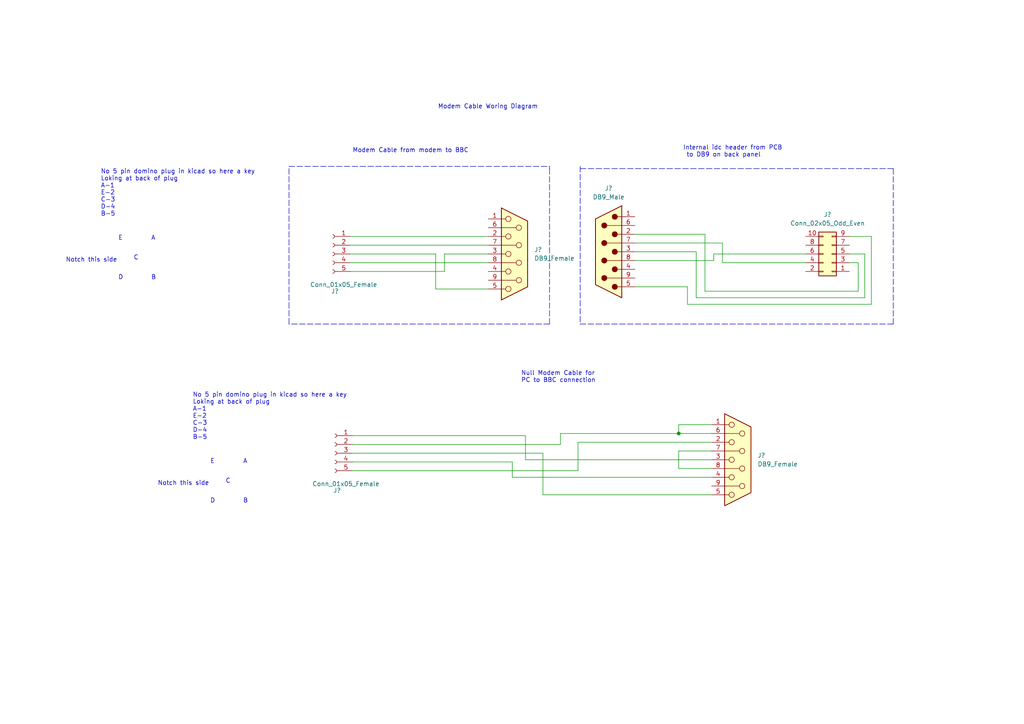
<source format=kicad_sch>
(kicad_sch (version 20211123) (generator eeschema)

  (uuid a84b37b0-eced-41f3-ad14-1a55c025350e)

  (paper "A4")

  (title_block
    (title "Serial Cables For BBC Micro")
    (date "2023-07-17")
    (rev "1")
    (comment 1 "Modem Cable and Header Cable for Retro WiFi Modem Build")
    (comment 3 "Null Modem Cable for PC Connection")
  )

  (lib_symbols
    (symbol "Connector:Conn_01x05_Female" (pin_names (offset 1.016) hide) (in_bom yes) (on_board yes)
      (property "Reference" "J" (id 0) (at 0 7.62 0)
        (effects (font (size 1.27 1.27)))
      )
      (property "Value" "Conn_01x05_Female" (id 1) (at 0 -7.62 0)
        (effects (font (size 1.27 1.27)))
      )
      (property "Footprint" "" (id 2) (at 0 0 0)
        (effects (font (size 1.27 1.27)) hide)
      )
      (property "Datasheet" "~" (id 3) (at 0 0 0)
        (effects (font (size 1.27 1.27)) hide)
      )
      (property "ki_keywords" "connector" (id 4) (at 0 0 0)
        (effects (font (size 1.27 1.27)) hide)
      )
      (property "ki_description" "Generic connector, single row, 01x05, script generated (kicad-library-utils/schlib/autogen/connector/)" (id 5) (at 0 0 0)
        (effects (font (size 1.27 1.27)) hide)
      )
      (property "ki_fp_filters" "Connector*:*_1x??_*" (id 6) (at 0 0 0)
        (effects (font (size 1.27 1.27)) hide)
      )
      (symbol "Conn_01x05_Female_1_1"
        (arc (start 0 -4.572) (mid -0.508 -5.08) (end 0 -5.588)
          (stroke (width 0.1524) (type default) (color 0 0 0 0))
          (fill (type none))
        )
        (arc (start 0 -2.032) (mid -0.508 -2.54) (end 0 -3.048)
          (stroke (width 0.1524) (type default) (color 0 0 0 0))
          (fill (type none))
        )
        (polyline
          (pts
            (xy -1.27 -5.08)
            (xy -0.508 -5.08)
          )
          (stroke (width 0.1524) (type default) (color 0 0 0 0))
          (fill (type none))
        )
        (polyline
          (pts
            (xy -1.27 -2.54)
            (xy -0.508 -2.54)
          )
          (stroke (width 0.1524) (type default) (color 0 0 0 0))
          (fill (type none))
        )
        (polyline
          (pts
            (xy -1.27 0)
            (xy -0.508 0)
          )
          (stroke (width 0.1524) (type default) (color 0 0 0 0))
          (fill (type none))
        )
        (polyline
          (pts
            (xy -1.27 2.54)
            (xy -0.508 2.54)
          )
          (stroke (width 0.1524) (type default) (color 0 0 0 0))
          (fill (type none))
        )
        (polyline
          (pts
            (xy -1.27 5.08)
            (xy -0.508 5.08)
          )
          (stroke (width 0.1524) (type default) (color 0 0 0 0))
          (fill (type none))
        )
        (arc (start 0 0.508) (mid -0.508 0) (end 0 -0.508)
          (stroke (width 0.1524) (type default) (color 0 0 0 0))
          (fill (type none))
        )
        (arc (start 0 3.048) (mid -0.508 2.54) (end 0 2.032)
          (stroke (width 0.1524) (type default) (color 0 0 0 0))
          (fill (type none))
        )
        (arc (start 0 5.588) (mid -0.508 5.08) (end 0 4.572)
          (stroke (width 0.1524) (type default) (color 0 0 0 0))
          (fill (type none))
        )
        (pin passive line (at -5.08 5.08 0) (length 3.81)
          (name "Pin_1" (effects (font (size 1.27 1.27))))
          (number "1" (effects (font (size 1.27 1.27))))
        )
        (pin passive line (at -5.08 2.54 0) (length 3.81)
          (name "Pin_2" (effects (font (size 1.27 1.27))))
          (number "2" (effects (font (size 1.27 1.27))))
        )
        (pin passive line (at -5.08 0 0) (length 3.81)
          (name "Pin_3" (effects (font (size 1.27 1.27))))
          (number "3" (effects (font (size 1.27 1.27))))
        )
        (pin passive line (at -5.08 -2.54 0) (length 3.81)
          (name "Pin_4" (effects (font (size 1.27 1.27))))
          (number "4" (effects (font (size 1.27 1.27))))
        )
        (pin passive line (at -5.08 -5.08 0) (length 3.81)
          (name "Pin_5" (effects (font (size 1.27 1.27))))
          (number "5" (effects (font (size 1.27 1.27))))
        )
      )
    )
    (symbol "Connector:DB9_Female" (pin_names (offset 1.016) hide) (in_bom yes) (on_board yes)
      (property "Reference" "J" (id 0) (at 0 13.97 0)
        (effects (font (size 1.27 1.27)))
      )
      (property "Value" "DB9_Female" (id 1) (at 0 -14.605 0)
        (effects (font (size 1.27 1.27)))
      )
      (property "Footprint" "" (id 2) (at 0 0 0)
        (effects (font (size 1.27 1.27)) hide)
      )
      (property "Datasheet" " ~" (id 3) (at 0 0 0)
        (effects (font (size 1.27 1.27)) hide)
      )
      (property "ki_keywords" "connector female D-SUB" (id 4) (at 0 0 0)
        (effects (font (size 1.27 1.27)) hide)
      )
      (property "ki_description" "9-pin female D-SUB connector" (id 5) (at 0 0 0)
        (effects (font (size 1.27 1.27)) hide)
      )
      (property "ki_fp_filters" "DSUB*Female*" (id 6) (at 0 0 0)
        (effects (font (size 1.27 1.27)) hide)
      )
      (symbol "DB9_Female_0_1"
        (circle (center -1.778 -10.16) (radius 0.762)
          (stroke (width 0) (type default) (color 0 0 0 0))
          (fill (type none))
        )
        (circle (center -1.778 -5.08) (radius 0.762)
          (stroke (width 0) (type default) (color 0 0 0 0))
          (fill (type none))
        )
        (circle (center -1.778 0) (radius 0.762)
          (stroke (width 0) (type default) (color 0 0 0 0))
          (fill (type none))
        )
        (circle (center -1.778 5.08) (radius 0.762)
          (stroke (width 0) (type default) (color 0 0 0 0))
          (fill (type none))
        )
        (circle (center -1.778 10.16) (radius 0.762)
          (stroke (width 0) (type default) (color 0 0 0 0))
          (fill (type none))
        )
        (polyline
          (pts
            (xy -3.81 -10.16)
            (xy -2.54 -10.16)
          )
          (stroke (width 0) (type default) (color 0 0 0 0))
          (fill (type none))
        )
        (polyline
          (pts
            (xy -3.81 -7.62)
            (xy 0.508 -7.62)
          )
          (stroke (width 0) (type default) (color 0 0 0 0))
          (fill (type none))
        )
        (polyline
          (pts
            (xy -3.81 -5.08)
            (xy -2.54 -5.08)
          )
          (stroke (width 0) (type default) (color 0 0 0 0))
          (fill (type none))
        )
        (polyline
          (pts
            (xy -3.81 -2.54)
            (xy 0.508 -2.54)
          )
          (stroke (width 0) (type default) (color 0 0 0 0))
          (fill (type none))
        )
        (polyline
          (pts
            (xy -3.81 0)
            (xy -2.54 0)
          )
          (stroke (width 0) (type default) (color 0 0 0 0))
          (fill (type none))
        )
        (polyline
          (pts
            (xy -3.81 2.54)
            (xy 0.508 2.54)
          )
          (stroke (width 0) (type default) (color 0 0 0 0))
          (fill (type none))
        )
        (polyline
          (pts
            (xy -3.81 5.08)
            (xy -2.54 5.08)
          )
          (stroke (width 0) (type default) (color 0 0 0 0))
          (fill (type none))
        )
        (polyline
          (pts
            (xy -3.81 7.62)
            (xy 0.508 7.62)
          )
          (stroke (width 0) (type default) (color 0 0 0 0))
          (fill (type none))
        )
        (polyline
          (pts
            (xy -3.81 10.16)
            (xy -2.54 10.16)
          )
          (stroke (width 0) (type default) (color 0 0 0 0))
          (fill (type none))
        )
        (polyline
          (pts
            (xy -3.81 13.335)
            (xy -3.81 -13.335)
            (xy 3.81 -9.525)
            (xy 3.81 9.525)
            (xy -3.81 13.335)
          )
          (stroke (width 0.254) (type default) (color 0 0 0 0))
          (fill (type background))
        )
        (circle (center 1.27 -7.62) (radius 0.762)
          (stroke (width 0) (type default) (color 0 0 0 0))
          (fill (type none))
        )
        (circle (center 1.27 -2.54) (radius 0.762)
          (stroke (width 0) (type default) (color 0 0 0 0))
          (fill (type none))
        )
        (circle (center 1.27 2.54) (radius 0.762)
          (stroke (width 0) (type default) (color 0 0 0 0))
          (fill (type none))
        )
        (circle (center 1.27 7.62) (radius 0.762)
          (stroke (width 0) (type default) (color 0 0 0 0))
          (fill (type none))
        )
      )
      (symbol "DB9_Female_1_1"
        (pin passive line (at -7.62 10.16 0) (length 3.81)
          (name "1" (effects (font (size 1.27 1.27))))
          (number "1" (effects (font (size 1.27 1.27))))
        )
        (pin passive line (at -7.62 5.08 0) (length 3.81)
          (name "2" (effects (font (size 1.27 1.27))))
          (number "2" (effects (font (size 1.27 1.27))))
        )
        (pin passive line (at -7.62 0 0) (length 3.81)
          (name "3" (effects (font (size 1.27 1.27))))
          (number "3" (effects (font (size 1.27 1.27))))
        )
        (pin passive line (at -7.62 -5.08 0) (length 3.81)
          (name "4" (effects (font (size 1.27 1.27))))
          (number "4" (effects (font (size 1.27 1.27))))
        )
        (pin passive line (at -7.62 -10.16 0) (length 3.81)
          (name "5" (effects (font (size 1.27 1.27))))
          (number "5" (effects (font (size 1.27 1.27))))
        )
        (pin passive line (at -7.62 7.62 0) (length 3.81)
          (name "6" (effects (font (size 1.27 1.27))))
          (number "6" (effects (font (size 1.27 1.27))))
        )
        (pin passive line (at -7.62 2.54 0) (length 3.81)
          (name "7" (effects (font (size 1.27 1.27))))
          (number "7" (effects (font (size 1.27 1.27))))
        )
        (pin passive line (at -7.62 -2.54 0) (length 3.81)
          (name "8" (effects (font (size 1.27 1.27))))
          (number "8" (effects (font (size 1.27 1.27))))
        )
        (pin passive line (at -7.62 -7.62 0) (length 3.81)
          (name "9" (effects (font (size 1.27 1.27))))
          (number "9" (effects (font (size 1.27 1.27))))
        )
      )
    )
    (symbol "Connector:DB9_Male" (pin_names (offset 1.016) hide) (in_bom yes) (on_board yes)
      (property "Reference" "J" (id 0) (at 0 13.97 0)
        (effects (font (size 1.27 1.27)))
      )
      (property "Value" "DB9_Male" (id 1) (at 0 -14.605 0)
        (effects (font (size 1.27 1.27)))
      )
      (property "Footprint" "" (id 2) (at 0 0 0)
        (effects (font (size 1.27 1.27)) hide)
      )
      (property "Datasheet" " ~" (id 3) (at 0 0 0)
        (effects (font (size 1.27 1.27)) hide)
      )
      (property "ki_keywords" "connector male D-SUB" (id 4) (at 0 0 0)
        (effects (font (size 1.27 1.27)) hide)
      )
      (property "ki_description" "9-pin male D-SUB connector" (id 5) (at 0 0 0)
        (effects (font (size 1.27 1.27)) hide)
      )
      (property "ki_fp_filters" "DSUB*Male*" (id 6) (at 0 0 0)
        (effects (font (size 1.27 1.27)) hide)
      )
      (symbol "DB9_Male_0_1"
        (circle (center -1.778 -10.16) (radius 0.762)
          (stroke (width 0) (type default) (color 0 0 0 0))
          (fill (type outline))
        )
        (circle (center -1.778 -5.08) (radius 0.762)
          (stroke (width 0) (type default) (color 0 0 0 0))
          (fill (type outline))
        )
        (circle (center -1.778 0) (radius 0.762)
          (stroke (width 0) (type default) (color 0 0 0 0))
          (fill (type outline))
        )
        (circle (center -1.778 5.08) (radius 0.762)
          (stroke (width 0) (type default) (color 0 0 0 0))
          (fill (type outline))
        )
        (circle (center -1.778 10.16) (radius 0.762)
          (stroke (width 0) (type default) (color 0 0 0 0))
          (fill (type outline))
        )
        (polyline
          (pts
            (xy -3.81 -10.16)
            (xy -2.54 -10.16)
          )
          (stroke (width 0) (type default) (color 0 0 0 0))
          (fill (type none))
        )
        (polyline
          (pts
            (xy -3.81 -7.62)
            (xy 0.508 -7.62)
          )
          (stroke (width 0) (type default) (color 0 0 0 0))
          (fill (type none))
        )
        (polyline
          (pts
            (xy -3.81 -5.08)
            (xy -2.54 -5.08)
          )
          (stroke (width 0) (type default) (color 0 0 0 0))
          (fill (type none))
        )
        (polyline
          (pts
            (xy -3.81 -2.54)
            (xy 0.508 -2.54)
          )
          (stroke (width 0) (type default) (color 0 0 0 0))
          (fill (type none))
        )
        (polyline
          (pts
            (xy -3.81 0)
            (xy -2.54 0)
          )
          (stroke (width 0) (type default) (color 0 0 0 0))
          (fill (type none))
        )
        (polyline
          (pts
            (xy -3.81 2.54)
            (xy 0.508 2.54)
          )
          (stroke (width 0) (type default) (color 0 0 0 0))
          (fill (type none))
        )
        (polyline
          (pts
            (xy -3.81 5.08)
            (xy -2.54 5.08)
          )
          (stroke (width 0) (type default) (color 0 0 0 0))
          (fill (type none))
        )
        (polyline
          (pts
            (xy -3.81 7.62)
            (xy 0.508 7.62)
          )
          (stroke (width 0) (type default) (color 0 0 0 0))
          (fill (type none))
        )
        (polyline
          (pts
            (xy -3.81 10.16)
            (xy -2.54 10.16)
          )
          (stroke (width 0) (type default) (color 0 0 0 0))
          (fill (type none))
        )
        (polyline
          (pts
            (xy -3.81 -13.335)
            (xy -3.81 13.335)
            (xy 3.81 9.525)
            (xy 3.81 -9.525)
            (xy -3.81 -13.335)
          )
          (stroke (width 0.254) (type default) (color 0 0 0 0))
          (fill (type background))
        )
        (circle (center 1.27 -7.62) (radius 0.762)
          (stroke (width 0) (type default) (color 0 0 0 0))
          (fill (type outline))
        )
        (circle (center 1.27 -2.54) (radius 0.762)
          (stroke (width 0) (type default) (color 0 0 0 0))
          (fill (type outline))
        )
        (circle (center 1.27 2.54) (radius 0.762)
          (stroke (width 0) (type default) (color 0 0 0 0))
          (fill (type outline))
        )
        (circle (center 1.27 7.62) (radius 0.762)
          (stroke (width 0) (type default) (color 0 0 0 0))
          (fill (type outline))
        )
      )
      (symbol "DB9_Male_1_1"
        (pin passive line (at -7.62 -10.16 0) (length 3.81)
          (name "1" (effects (font (size 1.27 1.27))))
          (number "1" (effects (font (size 1.27 1.27))))
        )
        (pin passive line (at -7.62 -5.08 0) (length 3.81)
          (name "2" (effects (font (size 1.27 1.27))))
          (number "2" (effects (font (size 1.27 1.27))))
        )
        (pin passive line (at -7.62 0 0) (length 3.81)
          (name "3" (effects (font (size 1.27 1.27))))
          (number "3" (effects (font (size 1.27 1.27))))
        )
        (pin passive line (at -7.62 5.08 0) (length 3.81)
          (name "4" (effects (font (size 1.27 1.27))))
          (number "4" (effects (font (size 1.27 1.27))))
        )
        (pin passive line (at -7.62 10.16 0) (length 3.81)
          (name "5" (effects (font (size 1.27 1.27))))
          (number "5" (effects (font (size 1.27 1.27))))
        )
        (pin passive line (at -7.62 -7.62 0) (length 3.81)
          (name "6" (effects (font (size 1.27 1.27))))
          (number "6" (effects (font (size 1.27 1.27))))
        )
        (pin passive line (at -7.62 -2.54 0) (length 3.81)
          (name "7" (effects (font (size 1.27 1.27))))
          (number "7" (effects (font (size 1.27 1.27))))
        )
        (pin passive line (at -7.62 2.54 0) (length 3.81)
          (name "8" (effects (font (size 1.27 1.27))))
          (number "8" (effects (font (size 1.27 1.27))))
        )
        (pin passive line (at -7.62 7.62 0) (length 3.81)
          (name "9" (effects (font (size 1.27 1.27))))
          (number "9" (effects (font (size 1.27 1.27))))
        )
      )
    )
    (symbol "Connector_Generic:Conn_02x05_Odd_Even" (pin_names (offset 1.016) hide) (in_bom yes) (on_board yes)
      (property "Reference" "J" (id 0) (at 1.27 7.62 0)
        (effects (font (size 1.27 1.27)))
      )
      (property "Value" "Conn_02x05_Odd_Even" (id 1) (at 1.27 -7.62 0)
        (effects (font (size 1.27 1.27)))
      )
      (property "Footprint" "" (id 2) (at 0 0 0)
        (effects (font (size 1.27 1.27)) hide)
      )
      (property "Datasheet" "~" (id 3) (at 0 0 0)
        (effects (font (size 1.27 1.27)) hide)
      )
      (property "ki_keywords" "connector" (id 4) (at 0 0 0)
        (effects (font (size 1.27 1.27)) hide)
      )
      (property "ki_description" "Generic connector, double row, 02x05, odd/even pin numbering scheme (row 1 odd numbers, row 2 even numbers), script generated (kicad-library-utils/schlib/autogen/connector/)" (id 5) (at 0 0 0)
        (effects (font (size 1.27 1.27)) hide)
      )
      (property "ki_fp_filters" "Connector*:*_2x??_*" (id 6) (at 0 0 0)
        (effects (font (size 1.27 1.27)) hide)
      )
      (symbol "Conn_02x05_Odd_Even_1_1"
        (rectangle (start -1.27 -4.953) (end 0 -5.207)
          (stroke (width 0.1524) (type default) (color 0 0 0 0))
          (fill (type none))
        )
        (rectangle (start -1.27 -2.413) (end 0 -2.667)
          (stroke (width 0.1524) (type default) (color 0 0 0 0))
          (fill (type none))
        )
        (rectangle (start -1.27 0.127) (end 0 -0.127)
          (stroke (width 0.1524) (type default) (color 0 0 0 0))
          (fill (type none))
        )
        (rectangle (start -1.27 2.667) (end 0 2.413)
          (stroke (width 0.1524) (type default) (color 0 0 0 0))
          (fill (type none))
        )
        (rectangle (start -1.27 5.207) (end 0 4.953)
          (stroke (width 0.1524) (type default) (color 0 0 0 0))
          (fill (type none))
        )
        (rectangle (start -1.27 6.35) (end 3.81 -6.35)
          (stroke (width 0.254) (type default) (color 0 0 0 0))
          (fill (type background))
        )
        (rectangle (start 3.81 -4.953) (end 2.54 -5.207)
          (stroke (width 0.1524) (type default) (color 0 0 0 0))
          (fill (type none))
        )
        (rectangle (start 3.81 -2.413) (end 2.54 -2.667)
          (stroke (width 0.1524) (type default) (color 0 0 0 0))
          (fill (type none))
        )
        (rectangle (start 3.81 0.127) (end 2.54 -0.127)
          (stroke (width 0.1524) (type default) (color 0 0 0 0))
          (fill (type none))
        )
        (rectangle (start 3.81 2.667) (end 2.54 2.413)
          (stroke (width 0.1524) (type default) (color 0 0 0 0))
          (fill (type none))
        )
        (rectangle (start 3.81 5.207) (end 2.54 4.953)
          (stroke (width 0.1524) (type default) (color 0 0 0 0))
          (fill (type none))
        )
        (pin passive line (at -5.08 5.08 0) (length 3.81)
          (name "Pin_1" (effects (font (size 1.27 1.27))))
          (number "1" (effects (font (size 1.27 1.27))))
        )
        (pin passive line (at 7.62 -5.08 180) (length 3.81)
          (name "Pin_10" (effects (font (size 1.27 1.27))))
          (number "10" (effects (font (size 1.27 1.27))))
        )
        (pin passive line (at 7.62 5.08 180) (length 3.81)
          (name "Pin_2" (effects (font (size 1.27 1.27))))
          (number "2" (effects (font (size 1.27 1.27))))
        )
        (pin passive line (at -5.08 2.54 0) (length 3.81)
          (name "Pin_3" (effects (font (size 1.27 1.27))))
          (number "3" (effects (font (size 1.27 1.27))))
        )
        (pin passive line (at 7.62 2.54 180) (length 3.81)
          (name "Pin_4" (effects (font (size 1.27 1.27))))
          (number "4" (effects (font (size 1.27 1.27))))
        )
        (pin passive line (at -5.08 0 0) (length 3.81)
          (name "Pin_5" (effects (font (size 1.27 1.27))))
          (number "5" (effects (font (size 1.27 1.27))))
        )
        (pin passive line (at 7.62 0 180) (length 3.81)
          (name "Pin_6" (effects (font (size 1.27 1.27))))
          (number "6" (effects (font (size 1.27 1.27))))
        )
        (pin passive line (at -5.08 -2.54 0) (length 3.81)
          (name "Pin_7" (effects (font (size 1.27 1.27))))
          (number "7" (effects (font (size 1.27 1.27))))
        )
        (pin passive line (at 7.62 -2.54 180) (length 3.81)
          (name "Pin_8" (effects (font (size 1.27 1.27))))
          (number "8" (effects (font (size 1.27 1.27))))
        )
        (pin passive line (at -5.08 -5.08 0) (length 3.81)
          (name "Pin_9" (effects (font (size 1.27 1.27))))
          (number "9" (effects (font (size 1.27 1.27))))
        )
      )
    )
  )

  (junction (at 196.85 125.73) (diameter 0) (color 0 0 0 0)
    (uuid bc30c8eb-8a7a-4061-b7c6-6a60b127a850)
  )

  (polyline (pts (xy 83.82 48.26) (xy 159.385 48.26))
    (stroke (width 0) (type default) (color 0 0 0 0))
    (uuid 0c0387d8-3f91-4796-85bb-38854c59caef)
  )

  (wire (pts (xy 162.56 128.905) (xy 162.56 125.73))
    (stroke (width 0) (type default) (color 0 0 0 0))
    (uuid 0c57a165-722d-41f8-a1b3-bbd94bfc3d16)
  )
  (wire (pts (xy 196.85 125.73) (xy 206.375 125.73))
    (stroke (width 0) (type default) (color 0 0 0 0))
    (uuid 18a9fa7d-4366-4280-ba3a-9e11e7d30efd)
  )
  (wire (pts (xy 209.55 70.485) (xy 209.55 76.2))
    (stroke (width 0) (type default) (color 0 0 0 0))
    (uuid 19f2e478-d828-440c-ac7d-b8a9ea9dec23)
  )
  (polyline (pts (xy 159.385 48.895) (xy 159.385 93.98))
    (stroke (width 0) (type default) (color 0 0 0 0))
    (uuid 1a3f861b-4d18-41b0-a751-698fbc6aef13)
  )
  (polyline (pts (xy 259.08 48.895) (xy 259.08 93.98))
    (stroke (width 0) (type default) (color 0 0 0 0))
    (uuid 1ad036eb-e9bb-4027-85f0-057c41225af0)
  )

  (wire (pts (xy 162.56 125.73) (xy 196.85 125.73))
    (stroke (width 0) (type default) (color 0 0 0 0))
    (uuid 1d97ec70-09f4-42ca-a74d-1603742b0dc4)
  )
  (wire (pts (xy 201.93 86.36) (xy 250.825 86.36))
    (stroke (width 0) (type default) (color 0 0 0 0))
    (uuid 1f07a2d4-8cc7-4b9e-b62a-95f121dcc214)
  )
  (wire (pts (xy 101.6 73.66) (xy 126.365 73.66))
    (stroke (width 0) (type default) (color 0 0 0 0))
    (uuid 22e68557-c4b9-44b9-8ec3-3f32189ff23b)
  )
  (wire (pts (xy 101.6 76.2) (xy 141.605 76.2))
    (stroke (width 0) (type default) (color 0 0 0 0))
    (uuid 27bdd69c-c24c-49a0-a326-39facf9a7460)
  )
  (wire (pts (xy 152.4 126.365) (xy 152.4 133.35))
    (stroke (width 0) (type default) (color 0 0 0 0))
    (uuid 2c42590f-63f9-4569-976d-6364dabb4f21)
  )
  (wire (pts (xy 128.905 78.74) (xy 128.905 73.66))
    (stroke (width 0) (type default) (color 0 0 0 0))
    (uuid 2c906d20-3534-4f5c-8086-64decb79de91)
  )
  (wire (pts (xy 206.375 130.81) (xy 196.85 130.81))
    (stroke (width 0) (type default) (color 0 0 0 0))
    (uuid 2dc88956-65cb-45dc-bb88-a3d5e4d08a8e)
  )
  (wire (pts (xy 252.73 68.58) (xy 246.38 68.58))
    (stroke (width 0) (type default) (color 0 0 0 0))
    (uuid 30a95810-48de-4913-a47b-12d47ac239ca)
  )
  (wire (pts (xy 199.39 83.185) (xy 199.39 88.265))
    (stroke (width 0) (type default) (color 0 0 0 0))
    (uuid 33200f3a-c669-4571-9ad0-e39100839f24)
  )
  (wire (pts (xy 201.93 73.025) (xy 201.93 86.36))
    (stroke (width 0) (type default) (color 0 0 0 0))
    (uuid 3b9b5903-3e75-4270-89b2-e892e598c94d)
  )
  (polyline (pts (xy 259.08 93.98) (xy 168.275 93.98))
    (stroke (width 0) (type default) (color 0 0 0 0))
    (uuid 4051dcbe-9d19-4375-b776-d192f62de921)
  )

  (wire (pts (xy 126.365 73.66) (xy 126.365 83.82))
    (stroke (width 0) (type default) (color 0 0 0 0))
    (uuid 45ee58c7-65cf-4673-853d-9b9b9bda22ad)
  )
  (wire (pts (xy 102.235 128.905) (xy 162.56 128.905))
    (stroke (width 0) (type default) (color 0 0 0 0))
    (uuid 4b0b8895-aec4-4960-b133-9e6266df973c)
  )
  (polyline (pts (xy 83.82 93.98) (xy 83.82 48.26))
    (stroke (width 0) (type default) (color 0 0 0 0))
    (uuid 538b4370-0a04-46bb-85ad-ce6bfbd0188f)
  )
  (polyline (pts (xy 168.275 48.895) (xy 259.08 48.895))
    (stroke (width 0) (type default) (color 0 0 0 0))
    (uuid 5a7a29f2-1e4f-462c-835f-b534b33b524f)
  )

  (wire (pts (xy 102.235 126.365) (xy 152.4 126.365))
    (stroke (width 0) (type default) (color 0 0 0 0))
    (uuid 5f5d814f-13bf-4f97-a5cd-007af4dc3288)
  )
  (wire (pts (xy 199.39 88.265) (xy 252.73 88.265))
    (stroke (width 0) (type default) (color 0 0 0 0))
    (uuid 67052f62-dce0-4c69-9ca3-76f2d7ec82cb)
  )
  (wire (pts (xy 184.15 73.025) (xy 201.93 73.025))
    (stroke (width 0) (type default) (color 0 0 0 0))
    (uuid 6b8cae5a-5886-436b-a845-c40581f48a06)
  )
  (wire (pts (xy 101.6 68.58) (xy 141.605 68.58))
    (stroke (width 0) (type default) (color 0 0 0 0))
    (uuid 701c40eb-84ed-40df-83b1-d1c09bb6ad24)
  )
  (wire (pts (xy 102.235 131.445) (xy 157.48 131.445))
    (stroke (width 0) (type default) (color 0 0 0 0))
    (uuid 713e0770-cf83-496d-9695-24dca735eea8)
  )
  (wire (pts (xy 167.64 136.525) (xy 167.64 128.27))
    (stroke (width 0) (type default) (color 0 0 0 0))
    (uuid 72e04a8d-3524-4b79-8038-40064d6230cc)
  )
  (wire (pts (xy 184.15 75.565) (xy 207.01 75.565))
    (stroke (width 0) (type default) (color 0 0 0 0))
    (uuid 74ae49d6-89de-41de-ad7c-8f94d093db79)
  )
  (wire (pts (xy 252.73 88.265) (xy 252.73 68.58))
    (stroke (width 0) (type default) (color 0 0 0 0))
    (uuid 764387a7-3ff1-4f48-9e8d-b81421d5c7d8)
  )
  (wire (pts (xy 148.59 138.43) (xy 206.375 138.43))
    (stroke (width 0) (type default) (color 0 0 0 0))
    (uuid 78e5bb40-02ab-42ac-a794-44b3411558b2)
  )
  (wire (pts (xy 206.375 123.19) (xy 196.85 123.19))
    (stroke (width 0) (type default) (color 0 0 0 0))
    (uuid 7a2ccb4c-cd5f-4614-9b32-f10907d7cecd)
  )
  (wire (pts (xy 207.01 73.66) (xy 233.68 73.66))
    (stroke (width 0) (type default) (color 0 0 0 0))
    (uuid 7c498328-6cf3-4ca6-8d29-513077c5d2a2)
  )
  (wire (pts (xy 167.64 128.27) (xy 206.375 128.27))
    (stroke (width 0) (type default) (color 0 0 0 0))
    (uuid 7cc566ff-e1b4-4f73-8915-3665962999b8)
  )
  (wire (pts (xy 157.48 131.445) (xy 157.48 143.51))
    (stroke (width 0) (type default) (color 0 0 0 0))
    (uuid 7facf6ca-1750-444a-aabe-ddfe6c45af4f)
  )
  (wire (pts (xy 209.55 76.2) (xy 233.68 76.2))
    (stroke (width 0) (type default) (color 0 0 0 0))
    (uuid 8037e1bf-52d8-472c-81bc-87f355f69b91)
  )
  (wire (pts (xy 248.92 84.455) (xy 248.92 76.2))
    (stroke (width 0) (type default) (color 0 0 0 0))
    (uuid 86423a90-883f-416f-b6c7-bb10db773466)
  )
  (wire (pts (xy 128.905 73.66) (xy 141.605 73.66))
    (stroke (width 0) (type default) (color 0 0 0 0))
    (uuid 87a676b9-2c51-4423-b71a-2b42c2812827)
  )
  (wire (pts (xy 148.59 133.985) (xy 148.59 138.43))
    (stroke (width 0) (type default) (color 0 0 0 0))
    (uuid 88b20bba-a1d0-4272-bff7-a0ba96fde42c)
  )
  (wire (pts (xy 250.825 73.66) (xy 246.38 73.66))
    (stroke (width 0) (type default) (color 0 0 0 0))
    (uuid 92526a57-5a39-4d53-b8f1-c6ecf45e8818)
  )
  (wire (pts (xy 102.235 136.525) (xy 167.64 136.525))
    (stroke (width 0) (type default) (color 0 0 0 0))
    (uuid 94286e52-52de-4d84-8aa0-f40aef2334b4)
  )
  (wire (pts (xy 196.85 130.81) (xy 196.85 135.89))
    (stroke (width 0) (type default) (color 0 0 0 0))
    (uuid 952b73a6-e765-49de-af09-515cb773109e)
  )
  (polyline (pts (xy 168.275 48.26) (xy 168.275 93.98))
    (stroke (width 0) (type default) (color 0 0 0 0))
    (uuid 961b8410-2903-4166-9657-3537c7881f34)
  )

  (wire (pts (xy 196.85 135.89) (xy 206.375 135.89))
    (stroke (width 0) (type default) (color 0 0 0 0))
    (uuid 987bc3dd-dd22-4afa-9f3a-0a618a70c8fe)
  )
  (polyline (pts (xy 159.385 48.26) (xy 159.385 48.895))
    (stroke (width 0) (type default) (color 0 0 0 0))
    (uuid 9d14f53a-85b8-4bac-a6c7-fa8197af3430)
  )

  (wire (pts (xy 204.47 67.945) (xy 204.47 84.455))
    (stroke (width 0) (type default) (color 0 0 0 0))
    (uuid 9d6ccbc5-655b-445b-a8e3-3626c4bf052f)
  )
  (wire (pts (xy 204.47 84.455) (xy 248.92 84.455))
    (stroke (width 0) (type default) (color 0 0 0 0))
    (uuid abed0613-95b1-44c8-9fdc-72ee11b1334a)
  )
  (wire (pts (xy 184.15 83.185) (xy 199.39 83.185))
    (stroke (width 0) (type default) (color 0 0 0 0))
    (uuid b2853d27-7a24-4fc4-b495-c5828d699ba7)
  )
  (polyline (pts (xy 159.385 93.98) (xy 83.82 93.98))
    (stroke (width 0) (type default) (color 0 0 0 0))
    (uuid b54707cb-e4a4-4350-a245-6cab5639d3b2)
  )

  (wire (pts (xy 196.85 123.19) (xy 196.85 125.73))
    (stroke (width 0) (type default) (color 0 0 0 0))
    (uuid bba3906d-e7aa-45cc-907b-3c8aab13c7c8)
  )
  (wire (pts (xy 248.92 76.2) (xy 246.38 76.2))
    (stroke (width 0) (type default) (color 0 0 0 0))
    (uuid bc301c10-926f-455f-9195-3f022b552fb8)
  )
  (wire (pts (xy 102.235 133.985) (xy 148.59 133.985))
    (stroke (width 0) (type default) (color 0 0 0 0))
    (uuid c489a75a-a35e-4a09-817f-720bf11f4497)
  )
  (wire (pts (xy 184.15 67.945) (xy 204.47 67.945))
    (stroke (width 0) (type default) (color 0 0 0 0))
    (uuid d5351d1a-af45-4b3b-9401-6c40801c8492)
  )
  (wire (pts (xy 184.15 70.485) (xy 209.55 70.485))
    (stroke (width 0) (type default) (color 0 0 0 0))
    (uuid d5574033-abca-4c59-a201-d63f3730252f)
  )
  (wire (pts (xy 157.48 143.51) (xy 206.375 143.51))
    (stroke (width 0) (type default) (color 0 0 0 0))
    (uuid ec3ca3f5-93c1-408c-8561-ba1d2d0dbb2c)
  )
  (wire (pts (xy 101.6 78.74) (xy 128.905 78.74))
    (stroke (width 0) (type default) (color 0 0 0 0))
    (uuid ef180aea-ac62-4dc0-b0d9-c378bd206cf3)
  )
  (wire (pts (xy 152.4 133.35) (xy 206.375 133.35))
    (stroke (width 0) (type default) (color 0 0 0 0))
    (uuid ef2814b9-caca-4a09-903d-ea8189f4227c)
  )
  (wire (pts (xy 101.6 71.12) (xy 141.605 71.12))
    (stroke (width 0) (type default) (color 0 0 0 0))
    (uuid f00f3149-3c89-45b5-bb2b-a004f5b9ec49)
  )
  (wire (pts (xy 207.01 75.565) (xy 207.01 73.66))
    (stroke (width 0) (type default) (color 0 0 0 0))
    (uuid fcc2a6e9-a0f6-451a-92fe-bf5b5047d815)
  )
  (wire (pts (xy 126.365 83.82) (xy 141.605 83.82))
    (stroke (width 0) (type default) (color 0 0 0 0))
    (uuid fcd7bc1e-820e-41be-b907-01ccc30c1dfd)
  )
  (wire (pts (xy 250.825 86.36) (xy 250.825 73.66))
    (stroke (width 0) (type default) (color 0 0 0 0))
    (uuid ff66539b-f7f7-4fbb-b47b-df3f8229d006)
  )

  (text "No 5 pin domino plug in kicad so here a key\nLoking at back of plug\nA-1\nE-2\nC-3\nD-4\nB-5"
    (at 55.88 127.635 0)
    (effects (font (size 1.27 1.27)) (justify left bottom))
    (uuid 0caceffc-eb57-48a1-b656-88f7f128d923)
  )
  (text "E" (at 34.29 69.85 0)
    (effects (font (size 1.27 1.27)) (justify left bottom))
    (uuid 156fb42c-c131-446b-a62f-b108a21b1612)
  )
  (text "Null Modem Cable for \nPC to BBC connection" (at 151.13 111.125 0)
    (effects (font (size 1.27 1.27)) (justify left bottom))
    (uuid 1918cf69-48b3-423c-8442-45baae2e83e4)
  )
  (text "C" (at 65.405 140.335 0)
    (effects (font (size 1.27 1.27)) (justify left bottom))
    (uuid 2c92bb41-03d3-49c5-b825-94b1f8cf5256)
  )
  (text "D" (at 34.29 81.28 0)
    (effects (font (size 1.27 1.27)) (justify left bottom))
    (uuid 4bda073e-9fad-4245-af4d-4ed95ff18b36)
  )
  (text "Notch this side" (at 45.72 140.97 0)
    (effects (font (size 1.27 1.27)) (justify left bottom))
    (uuid 51e7ffe8-2be2-4259-a49d-37ee37757db0)
  )
  (text "A" (at 43.815 69.85 0)
    (effects (font (size 1.27 1.27)) (justify left bottom))
    (uuid 62f5f87b-4aba-485a-a401-272ff4d3da56)
  )
  (text "E" (at 60.96 134.62 0)
    (effects (font (size 1.27 1.27)) (justify left bottom))
    (uuid 87a1bbaa-d80e-43d8-b6aa-7fb3606f5716)
  )
  (text "C" (at 38.735 75.565 0)
    (effects (font (size 1.27 1.27)) (justify left bottom))
    (uuid 8c8040a4-0ade-4180-9aa4-ee10a4f44f60)
  )
  (text "A" (at 70.485 134.62 0)
    (effects (font (size 1.27 1.27)) (justify left bottom))
    (uuid 8e77b0d9-b145-4166-864f-2fb07b70790d)
  )
  (text "D" (at 60.96 146.05 0)
    (effects (font (size 1.27 1.27)) (justify left bottom))
    (uuid 9051f786-6ff8-41f9-b407-cec06152d11b)
  )
  (text "B" (at 43.815 81.28 0)
    (effects (font (size 1.27 1.27)) (justify left bottom))
    (uuid 92d1f219-4233-4496-9949-30ae1199c2e5)
  )
  (text "Internal idc header from PCB\n to DB9 on back panel"
    (at 198.12 45.72 0)
    (effects (font (size 1.27 1.27)) (justify left bottom))
    (uuid 9a0f1a96-1c15-4aba-ac53-71290cba8a2c)
  )
  (text "Modem Cable from modem to BBC" (at 102.235 44.45 0)
    (effects (font (size 1.27 1.27)) (justify left bottom))
    (uuid a90a5bb7-49d7-4a75-8ead-ef351443d262)
  )
  (text "B" (at 70.485 146.05 0)
    (effects (font (size 1.27 1.27)) (justify left bottom))
    (uuid b990536c-ab65-4de4-8825-b6f40153267d)
  )
  (text "Notch this side" (at 19.05 76.2 0)
    (effects (font (size 1.27 1.27)) (justify left bottom))
    (uuid c1395391-2fd9-4847-8a26-69092f4a781c)
  )
  (text "No 5 pin domino plug in kicad so here a key\nLoking at back of plug\nA-1\nE-2\nC-3\nD-4\nB-5"
    (at 29.21 62.865 0)
    (effects (font (size 1.27 1.27)) (justify left bottom))
    (uuid c3a2b0a3-1ea8-4045-b692-48ad8436c33e)
  )
  (text "Modem Cable Woring Diagram" (at 127 31.75 0)
    (effects (font (size 1.27 1.27)) (justify left bottom))
    (uuid c69f04d1-0fa5-4252-9339-af54ae02961c)
  )

  (symbol (lib_id "Connector:Conn_01x05_Female") (at 96.52 73.66 0) (mirror y) (unit 1)
    (in_bom yes) (on_board yes)
    (uuid 456b5746-394b-4941-93ef-1d9484d7da18)
    (property "Reference" "J?" (id 0) (at 97.155 84.455 0))
    (property "Value" "Conn_01x05_Female" (id 1) (at 99.695 82.55 0))
    (property "Footprint" "" (id 2) (at 96.52 73.66 0)
      (effects (font (size 1.27 1.27)) hide)
    )
    (property "Datasheet" "~" (id 3) (at 96.52 73.66 0)
      (effects (font (size 1.27 1.27)) hide)
    )
    (pin "1" (uuid 71b908df-62f4-4314-a917-4f1568b34517))
    (pin "2" (uuid d84215e9-d6d1-4607-a08b-10929847d2d4))
    (pin "3" (uuid 09d3f466-fda6-42b2-b18a-ca399df3118b))
    (pin "4" (uuid 9f9041fe-52bd-4606-a0be-4eea70369ab2))
    (pin "5" (uuid 43a125a9-a5b6-4590-a280-3f1f46a75a69))
  )

  (symbol (lib_id "Connector:DB9_Female") (at 149.225 73.66 0) (unit 1)
    (in_bom yes) (on_board yes) (fields_autoplaced)
    (uuid 851648b8-4386-4bc5-b1b4-8d8fa83c7a33)
    (property "Reference" "J?" (id 0) (at 154.94 72.3899 0)
      (effects (font (size 1.27 1.27)) (justify left))
    )
    (property "Value" "DB9_Female" (id 1) (at 154.94 74.9299 0)
      (effects (font (size 1.27 1.27)) (justify left))
    )
    (property "Footprint" "" (id 2) (at 149.225 73.66 0)
      (effects (font (size 1.27 1.27)) hide)
    )
    (property "Datasheet" " ~" (id 3) (at 149.225 73.66 0)
      (effects (font (size 1.27 1.27)) hide)
    )
    (pin "1" (uuid e102eaaf-d5d9-45f6-b71a-b38a15c8df58))
    (pin "2" (uuid b67e1bf7-e404-4842-8872-de57729653e8))
    (pin "3" (uuid eb7d3641-2fc1-492d-b780-89eb16d5bd46))
    (pin "4" (uuid 9eb93f41-8b16-4299-baad-3d56e8a17641))
    (pin "5" (uuid 299e68bb-fd12-43a9-bc05-e51ee30f425e))
    (pin "6" (uuid ef46961c-be75-417b-9a12-e07b8700bfc8))
    (pin "7" (uuid 881739c9-e7de-4636-b570-6c10540228a9))
    (pin "8" (uuid b20aae04-2438-4ffe-b242-fa2da32e7daa))
    (pin "9" (uuid 5b4858bb-2d03-431c-bb41-ddb79117bb8d))
  )

  (symbol (lib_id "Connector_Generic:Conn_02x05_Odd_Even") (at 241.3 73.66 180) (unit 1)
    (in_bom yes) (on_board yes) (fields_autoplaced)
    (uuid 986244bb-5bf0-4adf-914a-be6b5a819814)
    (property "Reference" "J?" (id 0) (at 240.03 62.23 0))
    (property "Value" "Conn_02x05_Odd_Even" (id 1) (at 240.03 64.77 0))
    (property "Footprint" "" (id 2) (at 241.3 73.66 0)
      (effects (font (size 1.27 1.27)) hide)
    )
    (property "Datasheet" "~" (id 3) (at 241.3 73.66 0)
      (effects (font (size 1.27 1.27)) hide)
    )
    (pin "1" (uuid 75c39957-8230-4f6d-a599-605510e4b117))
    (pin "10" (uuid 72126563-ce6f-4253-b32f-be032cc56a28))
    (pin "2" (uuid 06ea9b0a-ba69-4060-89f8-f888ad5caf6d))
    (pin "3" (uuid f0a63394-3b99-4b87-a96e-6f216e326d4c))
    (pin "4" (uuid 27fbd123-8d31-4e3c-9c85-0ad383850faa))
    (pin "5" (uuid 9f519bbb-78c7-443e-b3e9-556ea5c62769))
    (pin "6" (uuid eff999c0-cd6a-4c50-b296-491879df678c))
    (pin "7" (uuid 1c2ad83f-5b76-4166-a3ef-fd897c57bc5d))
    (pin "8" (uuid 13c213d6-ae86-4975-8f56-4aa80e8f53f6))
    (pin "9" (uuid 78605296-cff3-4a78-8870-16369745f1ab))
  )

  (symbol (lib_id "Connector:DB9_Female") (at 213.995 133.35 0) (unit 1)
    (in_bom yes) (on_board yes) (fields_autoplaced)
    (uuid a25030b6-7370-44ee-8b17-18f9bcb2c8bd)
    (property "Reference" "J?" (id 0) (at 219.71 132.0799 0)
      (effects (font (size 1.27 1.27)) (justify left))
    )
    (property "Value" "DB9_Female" (id 1) (at 219.71 134.6199 0)
      (effects (font (size 1.27 1.27)) (justify left))
    )
    (property "Footprint" "" (id 2) (at 213.995 133.35 0)
      (effects (font (size 1.27 1.27)) hide)
    )
    (property "Datasheet" " ~" (id 3) (at 213.995 133.35 0)
      (effects (font (size 1.27 1.27)) hide)
    )
    (pin "1" (uuid b4c61cca-05eb-46ef-901d-53a43d70fad1))
    (pin "2" (uuid cdaf3ffd-a34c-4154-92cf-4fbafef9fc42))
    (pin "3" (uuid 524cdb12-3aa8-47d7-8760-7ca36410c161))
    (pin "4" (uuid 62f1137a-f014-41ad-a1f9-a6b5eaaeeeef))
    (pin "5" (uuid a0d50692-f99a-42fa-8991-d83c9fad81a9))
    (pin "6" (uuid 5911adde-e4b1-45c6-a151-697979a78399))
    (pin "7" (uuid 24229807-1ff1-4ae7-9caa-16cbbfb67264))
    (pin "8" (uuid df0961b2-b8f3-4bda-aec0-99b42a650b1a))
    (pin "9" (uuid 37c696e9-fb2b-4800-be16-99ebb85995b9))
  )

  (symbol (lib_id "Connector:DB9_Male") (at 176.53 73.025 180) (unit 1)
    (in_bom yes) (on_board yes) (fields_autoplaced)
    (uuid a3f7fee2-4021-451a-9a8e-fd147365a01e)
    (property "Reference" "J?" (id 0) (at 176.53 54.61 0))
    (property "Value" "DB9_Male" (id 1) (at 176.53 57.15 0))
    (property "Footprint" "" (id 2) (at 176.53 73.025 0)
      (effects (font (size 1.27 1.27)) hide)
    )
    (property "Datasheet" " ~" (id 3) (at 176.53 73.025 0)
      (effects (font (size 1.27 1.27)) hide)
    )
    (pin "1" (uuid 65f31e5e-a0c6-444e-b158-3efc1f4323c6))
    (pin "2" (uuid 262a1828-b8ee-485a-ac91-f46a92485edf))
    (pin "3" (uuid 97374cb9-463a-4853-8398-ebfc20fe6fb4))
    (pin "4" (uuid 2c488a23-b497-4af6-84b1-642f0bf20af6))
    (pin "5" (uuid 721bc0b6-f0b4-4499-94ff-e95e87963c6e))
    (pin "6" (uuid 53778111-aab8-4335-9a26-5cec51deda2d))
    (pin "7" (uuid 25f53656-aa61-4c7b-b939-160616891a01))
    (pin "8" (uuid 340fa803-368a-4fd2-94a2-39b51de9d61c))
    (pin "9" (uuid 303edf2f-5ad8-4378-983e-669af69a1f35))
  )

  (symbol (lib_id "Connector:Conn_01x05_Female") (at 97.155 131.445 0) (mirror y) (unit 1)
    (in_bom yes) (on_board yes)
    (uuid b56907e4-8a22-437c-ad7c-1c8e78101a67)
    (property "Reference" "J?" (id 0) (at 97.79 142.24 0))
    (property "Value" "Conn_01x05_Female" (id 1) (at 100.33 140.335 0))
    (property "Footprint" "" (id 2) (at 97.155 131.445 0)
      (effects (font (size 1.27 1.27)) hide)
    )
    (property "Datasheet" "~" (id 3) (at 97.155 131.445 0)
      (effects (font (size 1.27 1.27)) hide)
    )
    (pin "1" (uuid d737e543-4cf9-4d1a-8ed4-0ed457a5c91c))
    (pin "2" (uuid 16888dd6-8c56-433f-b618-a081e7221884))
    (pin "3" (uuid e07392df-a78f-4a8a-9bf2-0c5dd8813d0b))
    (pin "4" (uuid d9283eae-752b-4417-b360-052cc7316cf9))
    (pin "5" (uuid 9acc3b7f-12b0-48d0-8256-bae67756bcc9))
  )

  (sheet_instances
    (path "/" (page "1"))
  )

  (symbol_instances
    (path "/456b5746-394b-4941-93ef-1d9484d7da18"
      (reference "J?") (unit 1) (value "Conn_01x05_Female") (footprint "")
    )
    (path "/851648b8-4386-4bc5-b1b4-8d8fa83c7a33"
      (reference "J?") (unit 1) (value "DB9_Female") (footprint "")
    )
    (path "/986244bb-5bf0-4adf-914a-be6b5a819814"
      (reference "J?") (unit 1) (value "Conn_02x05_Odd_Even") (footprint "")
    )
    (path "/a25030b6-7370-44ee-8b17-18f9bcb2c8bd"
      (reference "J?") (unit 1) (value "DB9_Female") (footprint "")
    )
    (path "/a3f7fee2-4021-451a-9a8e-fd147365a01e"
      (reference "J?") (unit 1) (value "DB9_Male") (footprint "")
    )
    (path "/b56907e4-8a22-437c-ad7c-1c8e78101a67"
      (reference "J?") (unit 1) (value "Conn_01x05_Female") (footprint "")
    )
  )
)

</source>
